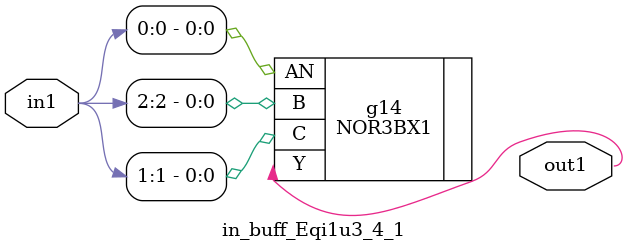
<source format=v>
`timescale 1ps / 1ps


module in_buff_Eqi1u3_4_1(in1, out1);
  input [2:0] in1;
  output out1;
  wire [2:0] in1;
  wire out1;
  NOR3BX1 g14(.AN (in1[0]), .B (in1[2]), .C (in1[1]), .Y (out1));
endmodule



</source>
